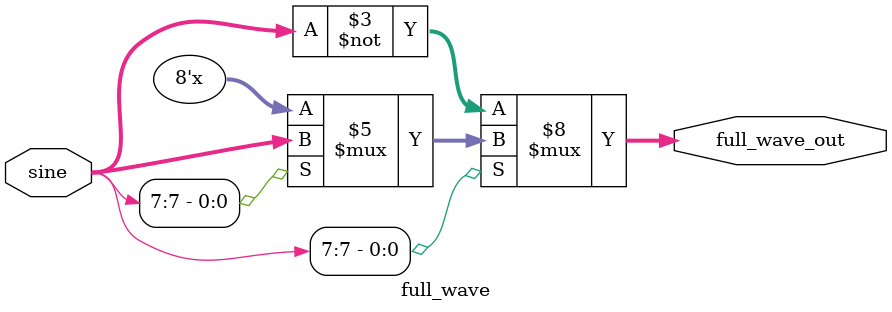
<source format=v>
module full_wave(
    sine,
    full_wave_out
);

input signed [7:0] sine;
output reg [7:0] full_wave_out;
always @(sine) begin
    if(sine[7]==1'b0) full_wave_out<=~sine;
    else if(sine[7]==1'b1) full_wave_out<=sine;
end

endmodule


</source>
